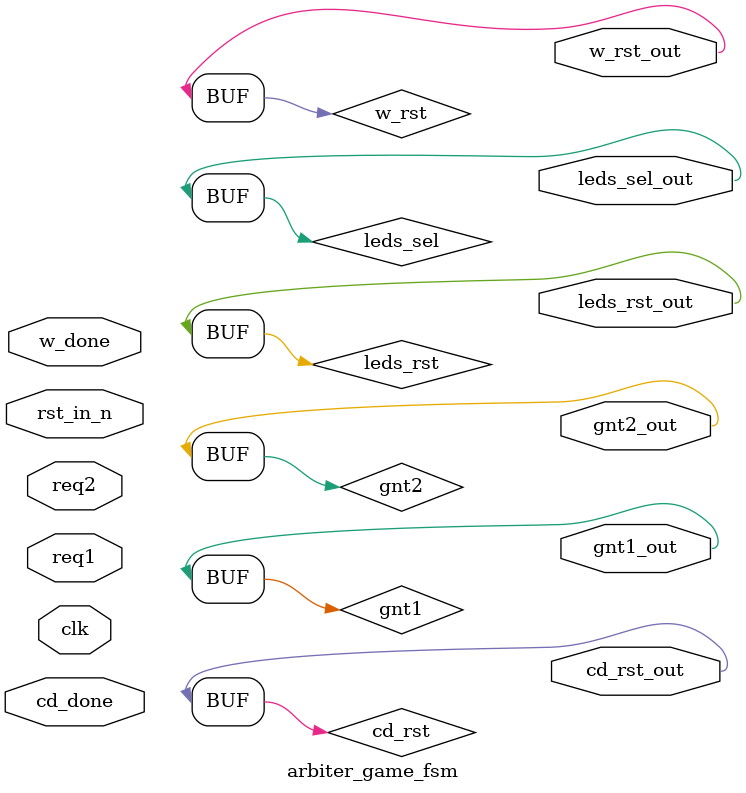
<source format=v>
/*------------------------------------------------------------------------
---- Module:  arbiter_game_fsm                                        ----
---- Description: this is the FSM that controls the logic of the game ----
----     It is proposed to students as a practice of FSM design       ----
---- Author/s:  student                                               ----
---- Last revision: Sep. 2023                                         ----
---- Dependencies: None                                               ----
------------------------------------------------------------------------*/

module arbiter_game_fsm
(
  //Entradas
  input wire req1,
  input wire req2,
  input wire cd_done,
  input wire w_done,
  input wire rst_in_n,
  input wire clk,
  //Salidas
  output gnt1_out,
  output gnt2_out,
  output cd_rst_out,
  output w_rst_out,
  output leds_rst_out,
  output leds_sel_out
);

//Bits de representacion de estado
parameter N_BITS_STATE = 3;

//Salidas de la FSM
reg gnt1;
reg gnt2;
reg cd_rst;
reg w_rst;
reg leds_rst;
reg leds_sel;

//Estado actual
reg[N_BITS_STATE-1:0] state;

//Proximo estado
reg[N_BITS_STATE-1:0] next_state;

//Estados del sistema
localparam RESET     = 3'b111 ;
localparam COUNTDOWN = 3'b110 ;
localparam IDLE      = 3'b000 ;
localparam GNT_1     = 3'b001 ;
localparam GNT_2     = 3'b010 ;
localparam WINNER_1  = 3'b011 ;
localparam WINNER_2  = 3'b100 ;
localparam GAME_END  = 3'b101 ;

//Salidas
assign gnt1_out     = gnt1     ;
assign gnt2_out     = gnt2     ;
assign cd_rst_out   = cd_rst   ;
assign w_rst_out    = w_rst    ;
assign leds_rst_out = leds_rst ;
assign leds_sel_out = leds_sel ;

//Definicion combinacional del próximo estado
// TODO ...

//Actualizacion sincronica del estado (bloque constante para todas las FSM)
// TODO...

//Definicion combinacional de las salidas segun el estado actual (Maquina de Moore)
// TODO...

endmodule

</source>
